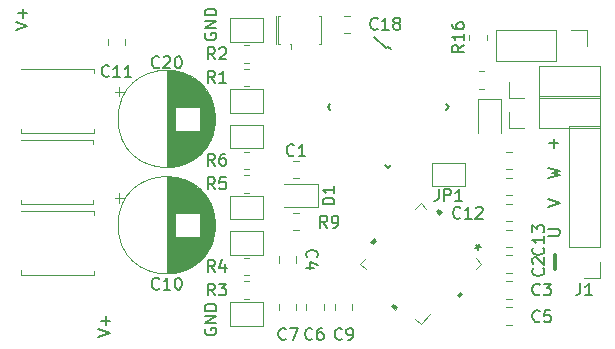
<source format=gbr>
%TF.GenerationSoftware,KiCad,Pcbnew,(5.1.10)-1*%
%TF.CreationDate,2021-11-06T00:48:36+01:00*%
%TF.ProjectId,xESC,78455343-2e6b-4696-9361-645f70636258,rev?*%
%TF.SameCoordinates,Original*%
%TF.FileFunction,Legend,Top*%
%TF.FilePolarity,Positive*%
%FSLAX46Y46*%
G04 Gerber Fmt 4.6, Leading zero omitted, Abs format (unit mm)*
G04 Created by KiCad (PCBNEW (5.1.10)-1) date 2021-11-06 00:48:36*
%MOMM*%
%LPD*%
G01*
G04 APERTURE LIST*
%ADD10C,0.150000*%
%ADD11C,0.300000*%
%ADD12C,0.120000*%
%ADD13C,0.100000*%
G04 APERTURE END LIST*
D10*
X176500000Y-58261904D02*
X176452380Y-58357142D01*
X176452380Y-58500000D01*
X176500000Y-58642857D01*
X176595238Y-58738095D01*
X176690476Y-58785714D01*
X176880952Y-58833333D01*
X177023809Y-58833333D01*
X177214285Y-58785714D01*
X177309523Y-58738095D01*
X177404761Y-58642857D01*
X177452380Y-58500000D01*
X177452380Y-58404761D01*
X177404761Y-58261904D01*
X177357142Y-58214285D01*
X177023809Y-58214285D01*
X177023809Y-58404761D01*
X177452380Y-57785714D02*
X176452380Y-57785714D01*
X177452380Y-57214285D01*
X176452380Y-57214285D01*
X177452380Y-56738095D02*
X176452380Y-56738095D01*
X176452380Y-56500000D01*
X176500000Y-56357142D01*
X176595238Y-56261904D01*
X176690476Y-56214285D01*
X176880952Y-56166666D01*
X177023809Y-56166666D01*
X177214285Y-56214285D01*
X177309523Y-56261904D01*
X177404761Y-56357142D01*
X177452380Y-56500000D01*
X177452380Y-56738095D01*
X176500000Y-33261904D02*
X176452380Y-33357142D01*
X176452380Y-33500000D01*
X176500000Y-33642857D01*
X176595238Y-33738095D01*
X176690476Y-33785714D01*
X176880952Y-33833333D01*
X177023809Y-33833333D01*
X177214285Y-33785714D01*
X177309523Y-33738095D01*
X177404761Y-33642857D01*
X177452380Y-33500000D01*
X177452380Y-33404761D01*
X177404761Y-33261904D01*
X177357142Y-33214285D01*
X177023809Y-33214285D01*
X177023809Y-33404761D01*
X177452380Y-32785714D02*
X176452380Y-32785714D01*
X177452380Y-32214285D01*
X176452380Y-32214285D01*
X177452380Y-31738095D02*
X176452380Y-31738095D01*
X176452380Y-31500000D01*
X176500000Y-31357142D01*
X176595238Y-31261904D01*
X176690476Y-31214285D01*
X176880952Y-31166666D01*
X177023809Y-31166666D01*
X177214285Y-31214285D01*
X177309523Y-31261904D01*
X177404761Y-31357142D01*
X177452380Y-31500000D01*
X177452380Y-31738095D01*
X160452380Y-32952380D02*
X161452380Y-32619047D01*
X160452380Y-32285714D01*
X161071428Y-31952380D02*
X161071428Y-31190476D01*
X161452380Y-31571428D02*
X160690476Y-31571428D01*
X167452380Y-58952380D02*
X168452380Y-58619047D01*
X167452380Y-58285714D01*
X168071428Y-57952380D02*
X168071428Y-57190476D01*
X168452380Y-57571428D02*
X167690476Y-57571428D01*
X205619047Y-42571428D02*
X206380952Y-42571428D01*
X206000000Y-42952380D02*
X206000000Y-42190476D01*
X205552380Y-45528571D02*
X206552380Y-45290476D01*
X205838095Y-45100000D01*
X206552380Y-44909523D01*
X205552380Y-44671428D01*
X205552380Y-47933333D02*
X206552380Y-47600000D01*
X205552380Y-47266666D01*
X205552380Y-50385714D02*
X206361904Y-50385714D01*
X206457142Y-50338095D01*
X206504761Y-50290476D01*
X206552380Y-50195238D01*
X206552380Y-50004761D01*
X206504761Y-49909523D01*
X206457142Y-49861904D01*
X206361904Y-49814285D01*
X205552380Y-49814285D01*
D11*
X206107142Y-53171428D02*
X206107142Y-52028571D01*
D12*
%TO.C,R21*%
X200127064Y-36465000D02*
X199672936Y-36465000D01*
X200127064Y-37935000D02*
X199672936Y-37935000D01*
%TO.C,JP1*%
X198500000Y-46200000D02*
X195700000Y-46200000D01*
X195700000Y-46200000D02*
X195700000Y-44200000D01*
X195700000Y-44200000D02*
X198500000Y-44200000D01*
X198500000Y-44200000D02*
X198500000Y-46200000D01*
%TO.C,D4*%
X199640000Y-38840000D02*
X199640000Y-41700000D01*
X201560000Y-38840000D02*
X199640000Y-38840000D01*
X201560000Y-41700000D02*
X201560000Y-38840000D01*
%TO.C,J4*%
X208830000Y-32970000D02*
X208830000Y-34300000D01*
X207500000Y-32970000D02*
X208830000Y-32970000D01*
X206230000Y-32970000D02*
X206230000Y-35630000D01*
X206230000Y-35630000D02*
X201090000Y-35630000D01*
X206230000Y-32970000D02*
X201090000Y-32970000D01*
X201090000Y-32970000D02*
X201090000Y-35630000D01*
D10*
%TO.C,U1*%
X191840901Y-34532575D02*
X190833274Y-33524948D01*
X197126524Y-39500000D02*
X196896714Y-39270190D01*
X192000000Y-44626524D02*
X191770190Y-44396714D01*
X186873476Y-39500000D02*
X187103286Y-39729810D01*
X192000000Y-34373476D02*
X192229810Y-34603286D01*
X186873476Y-39500000D02*
X187103286Y-39270190D01*
X192000000Y-44626524D02*
X192229810Y-44396714D01*
X197126524Y-39500000D02*
X196896714Y-39729810D01*
X192000000Y-34373476D02*
X191840901Y-34532575D01*
D12*
%TO.C,Q3*%
X167060000Y-53685000D02*
X160940000Y-53685000D01*
X167060000Y-48315000D02*
X160940000Y-48315000D01*
X160940000Y-53335000D02*
X160940000Y-53685000D01*
X167060000Y-53385000D02*
X167060000Y-53685000D01*
X167060000Y-48615000D02*
X167060000Y-48315000D01*
%TO.C,Q5*%
X167010000Y-42615000D02*
X167010000Y-42315000D01*
X167010000Y-47385000D02*
X167010000Y-47685000D01*
X160890000Y-47335000D02*
X160890000Y-47685000D01*
X167010000Y-42315000D02*
X160890000Y-42315000D01*
X167010000Y-47685000D02*
X160890000Y-47685000D01*
%TO.C,J3*%
X202190000Y-38720000D02*
X202190000Y-37390000D01*
X203520000Y-38720000D02*
X202190000Y-38720000D01*
X204790000Y-38720000D02*
X204790000Y-36060000D01*
X204790000Y-36060000D02*
X209930000Y-36060000D01*
X204790000Y-38720000D02*
X209930000Y-38720000D01*
X209930000Y-38720000D02*
X209930000Y-36060000D01*
%TO.C,J2*%
X202190000Y-41260000D02*
X202190000Y-39930000D01*
X203520000Y-41260000D02*
X202190000Y-41260000D01*
X204790000Y-41260000D02*
X204790000Y-38600000D01*
X204790000Y-38600000D02*
X209930000Y-38600000D01*
X204790000Y-41260000D02*
X209930000Y-41260000D01*
X209930000Y-41260000D02*
X209930000Y-38600000D01*
%TO.C,J1*%
X209930000Y-53960000D02*
X208600000Y-53960000D01*
X209930000Y-52630000D02*
X209930000Y-53960000D01*
X209930000Y-51360000D02*
X207270000Y-51360000D01*
X207270000Y-51360000D02*
X207270000Y-41140000D01*
X209930000Y-51360000D02*
X209930000Y-41140000D01*
X209930000Y-41140000D02*
X207270000Y-41140000D01*
%TO.C,R6*%
X179772936Y-44735000D02*
X180227064Y-44735000D01*
X179772936Y-43265000D02*
X180227064Y-43265000D01*
%TO.C,R5*%
X179772936Y-46735000D02*
X180227064Y-46735000D01*
X179772936Y-45265000D02*
X180227064Y-45265000D01*
%TO.C,R4*%
X179772936Y-53735000D02*
X180227064Y-53735000D01*
X179772936Y-52265000D02*
X180227064Y-52265000D01*
%TO.C,R3*%
X179772936Y-55735000D02*
X180227064Y-55735000D01*
X179772936Y-54265000D02*
X180227064Y-54265000D01*
%TO.C,R2*%
X179772936Y-35735000D02*
X180227064Y-35735000D01*
X179772936Y-34265000D02*
X180227064Y-34265000D01*
%TO.C,R1*%
X179772936Y-37735000D02*
X180227064Y-37735000D01*
X179772936Y-36265000D02*
X180227064Y-36265000D01*
%TO.C,JP7*%
X181400000Y-43000000D02*
X178600000Y-43000000D01*
X178600000Y-43000000D02*
X178600000Y-41000000D01*
X178600000Y-41000000D02*
X181400000Y-41000000D01*
X181400000Y-41000000D02*
X181400000Y-43000000D01*
%TO.C,JP6*%
X181400000Y-49000000D02*
X178600000Y-49000000D01*
X178600000Y-49000000D02*
X178600000Y-47000000D01*
X178600000Y-47000000D02*
X181400000Y-47000000D01*
X181400000Y-47000000D02*
X181400000Y-49000000D01*
%TO.C,JP5*%
X181400000Y-52000000D02*
X178600000Y-52000000D01*
X178600000Y-52000000D02*
X178600000Y-50000000D01*
X178600000Y-50000000D02*
X181400000Y-50000000D01*
X181400000Y-50000000D02*
X181400000Y-52000000D01*
%TO.C,JP4*%
X181400000Y-58000000D02*
X178600000Y-58000000D01*
X178600000Y-58000000D02*
X178600000Y-56000000D01*
X178600000Y-56000000D02*
X181400000Y-56000000D01*
X181400000Y-56000000D02*
X181400000Y-58000000D01*
%TO.C,JP3*%
X181400000Y-34000000D02*
X178600000Y-34000000D01*
X178600000Y-34000000D02*
X178600000Y-32000000D01*
X178600000Y-32000000D02*
X181400000Y-32000000D01*
X181400000Y-32000000D02*
X181400000Y-34000000D01*
%TO.C,JP2*%
X181400000Y-40000000D02*
X178600000Y-40000000D01*
X178600000Y-40000000D02*
X178600000Y-38000000D01*
X178600000Y-38000000D02*
X181400000Y-38000000D01*
X181400000Y-38000000D02*
X181400000Y-40000000D01*
%TO.C,C18*%
X188238748Y-33235000D02*
X188761252Y-33235000D01*
X188238748Y-31765000D02*
X188761252Y-31765000D01*
%TO.C,C7*%
X182765000Y-56138748D02*
X182765000Y-56661252D01*
X184235000Y-56138748D02*
X184235000Y-56661252D01*
%TO.C,C10*%
X169240302Y-46785000D02*
X169240302Y-47585000D01*
X168840302Y-47185000D02*
X169640302Y-47185000D01*
X177331000Y-48967000D02*
X177331000Y-50033000D01*
X177291000Y-48732000D02*
X177291000Y-50268000D01*
X177251000Y-48552000D02*
X177251000Y-50448000D01*
X177211000Y-48402000D02*
X177211000Y-50598000D01*
X177171000Y-48271000D02*
X177171000Y-50729000D01*
X177131000Y-48154000D02*
X177131000Y-50846000D01*
X177091000Y-48047000D02*
X177091000Y-50953000D01*
X177051000Y-47948000D02*
X177051000Y-51052000D01*
X177011000Y-47855000D02*
X177011000Y-51145000D01*
X176971000Y-47769000D02*
X176971000Y-51231000D01*
X176931000Y-47687000D02*
X176931000Y-51313000D01*
X176891000Y-47610000D02*
X176891000Y-51390000D01*
X176851000Y-47536000D02*
X176851000Y-51464000D01*
X176811000Y-47466000D02*
X176811000Y-51534000D01*
X176771000Y-47398000D02*
X176771000Y-51602000D01*
X176731000Y-47334000D02*
X176731000Y-51666000D01*
X176691000Y-47272000D02*
X176691000Y-51728000D01*
X176651000Y-47213000D02*
X176651000Y-51787000D01*
X176611000Y-47155000D02*
X176611000Y-51845000D01*
X176571000Y-47100000D02*
X176571000Y-51900000D01*
X176531000Y-47046000D02*
X176531000Y-51954000D01*
X176491000Y-46995000D02*
X176491000Y-52005000D01*
X176451000Y-46944000D02*
X176451000Y-52056000D01*
X176411000Y-46896000D02*
X176411000Y-52104000D01*
X176371000Y-46849000D02*
X176371000Y-52151000D01*
X176331000Y-46803000D02*
X176331000Y-52197000D01*
X176291000Y-46759000D02*
X176291000Y-52241000D01*
X176251000Y-46716000D02*
X176251000Y-52284000D01*
X176211000Y-46674000D02*
X176211000Y-52326000D01*
X176171000Y-46633000D02*
X176171000Y-52367000D01*
X176131000Y-46593000D02*
X176131000Y-52407000D01*
X176091000Y-46555000D02*
X176091000Y-52445000D01*
X176051000Y-46517000D02*
X176051000Y-52483000D01*
X176011000Y-50540000D02*
X176011000Y-52519000D01*
X176011000Y-46481000D02*
X176011000Y-48460000D01*
X175971000Y-50540000D02*
X175971000Y-52555000D01*
X175971000Y-46445000D02*
X175971000Y-48460000D01*
X175931000Y-50540000D02*
X175931000Y-52590000D01*
X175931000Y-46410000D02*
X175931000Y-48460000D01*
X175891000Y-50540000D02*
X175891000Y-52624000D01*
X175891000Y-46376000D02*
X175891000Y-48460000D01*
X175851000Y-50540000D02*
X175851000Y-52656000D01*
X175851000Y-46344000D02*
X175851000Y-48460000D01*
X175811000Y-50540000D02*
X175811000Y-52689000D01*
X175811000Y-46311000D02*
X175811000Y-48460000D01*
X175771000Y-50540000D02*
X175771000Y-52720000D01*
X175771000Y-46280000D02*
X175771000Y-48460000D01*
X175731000Y-50540000D02*
X175731000Y-52750000D01*
X175731000Y-46250000D02*
X175731000Y-48460000D01*
X175691000Y-50540000D02*
X175691000Y-52780000D01*
X175691000Y-46220000D02*
X175691000Y-48460000D01*
X175651000Y-50540000D02*
X175651000Y-52809000D01*
X175651000Y-46191000D02*
X175651000Y-48460000D01*
X175611000Y-50540000D02*
X175611000Y-52838000D01*
X175611000Y-46162000D02*
X175611000Y-48460000D01*
X175571000Y-50540000D02*
X175571000Y-52865000D01*
X175571000Y-46135000D02*
X175571000Y-48460000D01*
X175531000Y-50540000D02*
X175531000Y-52892000D01*
X175531000Y-46108000D02*
X175531000Y-48460000D01*
X175491000Y-50540000D02*
X175491000Y-52918000D01*
X175491000Y-46082000D02*
X175491000Y-48460000D01*
X175451000Y-50540000D02*
X175451000Y-52944000D01*
X175451000Y-46056000D02*
X175451000Y-48460000D01*
X175411000Y-50540000D02*
X175411000Y-52969000D01*
X175411000Y-46031000D02*
X175411000Y-48460000D01*
X175371000Y-50540000D02*
X175371000Y-52993000D01*
X175371000Y-46007000D02*
X175371000Y-48460000D01*
X175331000Y-50540000D02*
X175331000Y-53017000D01*
X175331000Y-45983000D02*
X175331000Y-48460000D01*
X175291000Y-50540000D02*
X175291000Y-53040000D01*
X175291000Y-45960000D02*
X175291000Y-48460000D01*
X175251000Y-50540000D02*
X175251000Y-53062000D01*
X175251000Y-45938000D02*
X175251000Y-48460000D01*
X175211000Y-50540000D02*
X175211000Y-53084000D01*
X175211000Y-45916000D02*
X175211000Y-48460000D01*
X175171000Y-50540000D02*
X175171000Y-53106000D01*
X175171000Y-45894000D02*
X175171000Y-48460000D01*
X175131000Y-50540000D02*
X175131000Y-53127000D01*
X175131000Y-45873000D02*
X175131000Y-48460000D01*
X175091000Y-50540000D02*
X175091000Y-53147000D01*
X175091000Y-45853000D02*
X175091000Y-48460000D01*
X175051000Y-50540000D02*
X175051000Y-53166000D01*
X175051000Y-45834000D02*
X175051000Y-48460000D01*
X175011000Y-50540000D02*
X175011000Y-53186000D01*
X175011000Y-45814000D02*
X175011000Y-48460000D01*
X174971000Y-50540000D02*
X174971000Y-53204000D01*
X174971000Y-45796000D02*
X174971000Y-48460000D01*
X174931000Y-50540000D02*
X174931000Y-53222000D01*
X174931000Y-45778000D02*
X174931000Y-48460000D01*
X174891000Y-50540000D02*
X174891000Y-53240000D01*
X174891000Y-45760000D02*
X174891000Y-48460000D01*
X174851000Y-50540000D02*
X174851000Y-53257000D01*
X174851000Y-45743000D02*
X174851000Y-48460000D01*
X174811000Y-50540000D02*
X174811000Y-53274000D01*
X174811000Y-45726000D02*
X174811000Y-48460000D01*
X174771000Y-50540000D02*
X174771000Y-53290000D01*
X174771000Y-45710000D02*
X174771000Y-48460000D01*
X174731000Y-50540000D02*
X174731000Y-53305000D01*
X174731000Y-45695000D02*
X174731000Y-48460000D01*
X174691000Y-50540000D02*
X174691000Y-53321000D01*
X174691000Y-45679000D02*
X174691000Y-48460000D01*
X174651000Y-50540000D02*
X174651000Y-53335000D01*
X174651000Y-45665000D02*
X174651000Y-48460000D01*
X174611000Y-50540000D02*
X174611000Y-53350000D01*
X174611000Y-45650000D02*
X174611000Y-48460000D01*
X174571000Y-50540000D02*
X174571000Y-53363000D01*
X174571000Y-45637000D02*
X174571000Y-48460000D01*
X174531000Y-50540000D02*
X174531000Y-53377000D01*
X174531000Y-45623000D02*
X174531000Y-48460000D01*
X174491000Y-50540000D02*
X174491000Y-53389000D01*
X174491000Y-45611000D02*
X174491000Y-48460000D01*
X174451000Y-50540000D02*
X174451000Y-53402000D01*
X174451000Y-45598000D02*
X174451000Y-48460000D01*
X174411000Y-50540000D02*
X174411000Y-53414000D01*
X174411000Y-45586000D02*
X174411000Y-48460000D01*
X174371000Y-50540000D02*
X174371000Y-53425000D01*
X174371000Y-45575000D02*
X174371000Y-48460000D01*
X174331000Y-50540000D02*
X174331000Y-53436000D01*
X174331000Y-45564000D02*
X174331000Y-48460000D01*
X174291000Y-50540000D02*
X174291000Y-53447000D01*
X174291000Y-45553000D02*
X174291000Y-48460000D01*
X174251000Y-50540000D02*
X174251000Y-53457000D01*
X174251000Y-45543000D02*
X174251000Y-48460000D01*
X174211000Y-50540000D02*
X174211000Y-53467000D01*
X174211000Y-45533000D02*
X174211000Y-48460000D01*
X174171000Y-50540000D02*
X174171000Y-53476000D01*
X174171000Y-45524000D02*
X174171000Y-48460000D01*
X174131000Y-50540000D02*
X174131000Y-53485000D01*
X174131000Y-45515000D02*
X174131000Y-48460000D01*
X174091000Y-50540000D02*
X174091000Y-53494000D01*
X174091000Y-45506000D02*
X174091000Y-48460000D01*
X174051000Y-50540000D02*
X174051000Y-53502000D01*
X174051000Y-45498000D02*
X174051000Y-48460000D01*
X174011000Y-50540000D02*
X174011000Y-53510000D01*
X174011000Y-45490000D02*
X174011000Y-48460000D01*
X173971000Y-50540000D02*
X173971000Y-53517000D01*
X173971000Y-45483000D02*
X173971000Y-48460000D01*
X173930000Y-45476000D02*
X173930000Y-53524000D01*
X173890000Y-45470000D02*
X173890000Y-53530000D01*
X173850000Y-45463000D02*
X173850000Y-53537000D01*
X173810000Y-45458000D02*
X173810000Y-53542000D01*
X173770000Y-45452000D02*
X173770000Y-53548000D01*
X173730000Y-45448000D02*
X173730000Y-53552000D01*
X173690000Y-45443000D02*
X173690000Y-53557000D01*
X173650000Y-45439000D02*
X173650000Y-53561000D01*
X173610000Y-45435000D02*
X173610000Y-53565000D01*
X173570000Y-45432000D02*
X173570000Y-53568000D01*
X173530000Y-45429000D02*
X173530000Y-53571000D01*
X173490000Y-45426000D02*
X173490000Y-53574000D01*
X173450000Y-45424000D02*
X173450000Y-53576000D01*
X173410000Y-45423000D02*
X173410000Y-53577000D01*
X173370000Y-45421000D02*
X173370000Y-53579000D01*
X173330000Y-45420000D02*
X173330000Y-53580000D01*
X173290000Y-45420000D02*
X173290000Y-53580000D01*
X173250000Y-45420000D02*
X173250000Y-53580000D01*
X177370000Y-49500000D02*
G75*
G03*
X177370000Y-49500000I-4120000J0D01*
G01*
%TO.C,R9*%
X184427064Y-49935000D02*
X183972936Y-49935000D01*
X184427064Y-48465000D02*
X183972936Y-48465000D01*
%TO.C,C14*%
X201938748Y-44735000D02*
X202461252Y-44735000D01*
X201938748Y-43265000D02*
X202461252Y-43265000D01*
%TO.C,C2*%
X202461252Y-52065000D02*
X201938748Y-52065000D01*
X202461252Y-53535000D02*
X201938748Y-53535000D01*
%TO.C,R16*%
X200335000Y-33827064D02*
X200335000Y-33372936D01*
X198865000Y-33827064D02*
X198865000Y-33372936D01*
%TO.C,C1*%
X184461252Y-44065000D02*
X183938748Y-44065000D01*
X184461252Y-45535000D02*
X183938748Y-45535000D01*
%TO.C,C3*%
X202461252Y-54265000D02*
X201938748Y-54265000D01*
X202461252Y-55735000D02*
X201938748Y-55735000D01*
%TO.C,C6*%
X186535000Y-56661252D02*
X186535000Y-56138748D01*
X185065000Y-56661252D02*
X185065000Y-56138748D01*
%TO.C,C5*%
X202461252Y-56465000D02*
X201938748Y-56465000D01*
X202461252Y-57935000D02*
X201938748Y-57935000D01*
%TO.C,Y1*%
X186300000Y-31800000D02*
X186300000Y-33800000D01*
X182700000Y-33800000D02*
X182700000Y-31800000D01*
X183750000Y-34200000D02*
X183750000Y-34600000D01*
X182500000Y-31800000D02*
X182500000Y-33800000D01*
X186300000Y-33800000D02*
X186300000Y-34200000D01*
X182700000Y-33800000D02*
X182700000Y-34200000D01*
X182500000Y-33800000D02*
X182500000Y-34200000D01*
X182700000Y-31800000D02*
X182850000Y-31800000D01*
X182700000Y-34200000D02*
X182850000Y-34200000D01*
X183750000Y-34200000D02*
X183700000Y-34200000D01*
X186300000Y-34200000D02*
X186150000Y-34200000D01*
X186300000Y-31800000D02*
X186150000Y-31800000D01*
%TO.C,C20*%
X169240302Y-37785000D02*
X169240302Y-38585000D01*
X168840302Y-38185000D02*
X169640302Y-38185000D01*
X177331000Y-39967000D02*
X177331000Y-41033000D01*
X177291000Y-39732000D02*
X177291000Y-41268000D01*
X177251000Y-39552000D02*
X177251000Y-41448000D01*
X177211000Y-39402000D02*
X177211000Y-41598000D01*
X177171000Y-39271000D02*
X177171000Y-41729000D01*
X177131000Y-39154000D02*
X177131000Y-41846000D01*
X177091000Y-39047000D02*
X177091000Y-41953000D01*
X177051000Y-38948000D02*
X177051000Y-42052000D01*
X177011000Y-38855000D02*
X177011000Y-42145000D01*
X176971000Y-38769000D02*
X176971000Y-42231000D01*
X176931000Y-38687000D02*
X176931000Y-42313000D01*
X176891000Y-38610000D02*
X176891000Y-42390000D01*
X176851000Y-38536000D02*
X176851000Y-42464000D01*
X176811000Y-38466000D02*
X176811000Y-42534000D01*
X176771000Y-38398000D02*
X176771000Y-42602000D01*
X176731000Y-38334000D02*
X176731000Y-42666000D01*
X176691000Y-38272000D02*
X176691000Y-42728000D01*
X176651000Y-38213000D02*
X176651000Y-42787000D01*
X176611000Y-38155000D02*
X176611000Y-42845000D01*
X176571000Y-38100000D02*
X176571000Y-42900000D01*
X176531000Y-38046000D02*
X176531000Y-42954000D01*
X176491000Y-37995000D02*
X176491000Y-43005000D01*
X176451000Y-37944000D02*
X176451000Y-43056000D01*
X176411000Y-37896000D02*
X176411000Y-43104000D01*
X176371000Y-37849000D02*
X176371000Y-43151000D01*
X176331000Y-37803000D02*
X176331000Y-43197000D01*
X176291000Y-37759000D02*
X176291000Y-43241000D01*
X176251000Y-37716000D02*
X176251000Y-43284000D01*
X176211000Y-37674000D02*
X176211000Y-43326000D01*
X176171000Y-37633000D02*
X176171000Y-43367000D01*
X176131000Y-37593000D02*
X176131000Y-43407000D01*
X176091000Y-37555000D02*
X176091000Y-43445000D01*
X176051000Y-37517000D02*
X176051000Y-43483000D01*
X176011000Y-41540000D02*
X176011000Y-43519000D01*
X176011000Y-37481000D02*
X176011000Y-39460000D01*
X175971000Y-41540000D02*
X175971000Y-43555000D01*
X175971000Y-37445000D02*
X175971000Y-39460000D01*
X175931000Y-41540000D02*
X175931000Y-43590000D01*
X175931000Y-37410000D02*
X175931000Y-39460000D01*
X175891000Y-41540000D02*
X175891000Y-43624000D01*
X175891000Y-37376000D02*
X175891000Y-39460000D01*
X175851000Y-41540000D02*
X175851000Y-43656000D01*
X175851000Y-37344000D02*
X175851000Y-39460000D01*
X175811000Y-41540000D02*
X175811000Y-43689000D01*
X175811000Y-37311000D02*
X175811000Y-39460000D01*
X175771000Y-41540000D02*
X175771000Y-43720000D01*
X175771000Y-37280000D02*
X175771000Y-39460000D01*
X175731000Y-41540000D02*
X175731000Y-43750000D01*
X175731000Y-37250000D02*
X175731000Y-39460000D01*
X175691000Y-41540000D02*
X175691000Y-43780000D01*
X175691000Y-37220000D02*
X175691000Y-39460000D01*
X175651000Y-41540000D02*
X175651000Y-43809000D01*
X175651000Y-37191000D02*
X175651000Y-39460000D01*
X175611000Y-41540000D02*
X175611000Y-43838000D01*
X175611000Y-37162000D02*
X175611000Y-39460000D01*
X175571000Y-41540000D02*
X175571000Y-43865000D01*
X175571000Y-37135000D02*
X175571000Y-39460000D01*
X175531000Y-41540000D02*
X175531000Y-43892000D01*
X175531000Y-37108000D02*
X175531000Y-39460000D01*
X175491000Y-41540000D02*
X175491000Y-43918000D01*
X175491000Y-37082000D02*
X175491000Y-39460000D01*
X175451000Y-41540000D02*
X175451000Y-43944000D01*
X175451000Y-37056000D02*
X175451000Y-39460000D01*
X175411000Y-41540000D02*
X175411000Y-43969000D01*
X175411000Y-37031000D02*
X175411000Y-39460000D01*
X175371000Y-41540000D02*
X175371000Y-43993000D01*
X175371000Y-37007000D02*
X175371000Y-39460000D01*
X175331000Y-41540000D02*
X175331000Y-44017000D01*
X175331000Y-36983000D02*
X175331000Y-39460000D01*
X175291000Y-41540000D02*
X175291000Y-44040000D01*
X175291000Y-36960000D02*
X175291000Y-39460000D01*
X175251000Y-41540000D02*
X175251000Y-44062000D01*
X175251000Y-36938000D02*
X175251000Y-39460000D01*
X175211000Y-41540000D02*
X175211000Y-44084000D01*
X175211000Y-36916000D02*
X175211000Y-39460000D01*
X175171000Y-41540000D02*
X175171000Y-44106000D01*
X175171000Y-36894000D02*
X175171000Y-39460000D01*
X175131000Y-41540000D02*
X175131000Y-44127000D01*
X175131000Y-36873000D02*
X175131000Y-39460000D01*
X175091000Y-41540000D02*
X175091000Y-44147000D01*
X175091000Y-36853000D02*
X175091000Y-39460000D01*
X175051000Y-41540000D02*
X175051000Y-44166000D01*
X175051000Y-36834000D02*
X175051000Y-39460000D01*
X175011000Y-41540000D02*
X175011000Y-44186000D01*
X175011000Y-36814000D02*
X175011000Y-39460000D01*
X174971000Y-41540000D02*
X174971000Y-44204000D01*
X174971000Y-36796000D02*
X174971000Y-39460000D01*
X174931000Y-41540000D02*
X174931000Y-44222000D01*
X174931000Y-36778000D02*
X174931000Y-39460000D01*
X174891000Y-41540000D02*
X174891000Y-44240000D01*
X174891000Y-36760000D02*
X174891000Y-39460000D01*
X174851000Y-41540000D02*
X174851000Y-44257000D01*
X174851000Y-36743000D02*
X174851000Y-39460000D01*
X174811000Y-41540000D02*
X174811000Y-44274000D01*
X174811000Y-36726000D02*
X174811000Y-39460000D01*
X174771000Y-41540000D02*
X174771000Y-44290000D01*
X174771000Y-36710000D02*
X174771000Y-39460000D01*
X174731000Y-41540000D02*
X174731000Y-44305000D01*
X174731000Y-36695000D02*
X174731000Y-39460000D01*
X174691000Y-41540000D02*
X174691000Y-44321000D01*
X174691000Y-36679000D02*
X174691000Y-39460000D01*
X174651000Y-41540000D02*
X174651000Y-44335000D01*
X174651000Y-36665000D02*
X174651000Y-39460000D01*
X174611000Y-41540000D02*
X174611000Y-44350000D01*
X174611000Y-36650000D02*
X174611000Y-39460000D01*
X174571000Y-41540000D02*
X174571000Y-44363000D01*
X174571000Y-36637000D02*
X174571000Y-39460000D01*
X174531000Y-41540000D02*
X174531000Y-44377000D01*
X174531000Y-36623000D02*
X174531000Y-39460000D01*
X174491000Y-41540000D02*
X174491000Y-44389000D01*
X174491000Y-36611000D02*
X174491000Y-39460000D01*
X174451000Y-41540000D02*
X174451000Y-44402000D01*
X174451000Y-36598000D02*
X174451000Y-39460000D01*
X174411000Y-41540000D02*
X174411000Y-44414000D01*
X174411000Y-36586000D02*
X174411000Y-39460000D01*
X174371000Y-41540000D02*
X174371000Y-44425000D01*
X174371000Y-36575000D02*
X174371000Y-39460000D01*
X174331000Y-41540000D02*
X174331000Y-44436000D01*
X174331000Y-36564000D02*
X174331000Y-39460000D01*
X174291000Y-41540000D02*
X174291000Y-44447000D01*
X174291000Y-36553000D02*
X174291000Y-39460000D01*
X174251000Y-41540000D02*
X174251000Y-44457000D01*
X174251000Y-36543000D02*
X174251000Y-39460000D01*
X174211000Y-41540000D02*
X174211000Y-44467000D01*
X174211000Y-36533000D02*
X174211000Y-39460000D01*
X174171000Y-41540000D02*
X174171000Y-44476000D01*
X174171000Y-36524000D02*
X174171000Y-39460000D01*
X174131000Y-41540000D02*
X174131000Y-44485000D01*
X174131000Y-36515000D02*
X174131000Y-39460000D01*
X174091000Y-41540000D02*
X174091000Y-44494000D01*
X174091000Y-36506000D02*
X174091000Y-39460000D01*
X174051000Y-41540000D02*
X174051000Y-44502000D01*
X174051000Y-36498000D02*
X174051000Y-39460000D01*
X174011000Y-41540000D02*
X174011000Y-44510000D01*
X174011000Y-36490000D02*
X174011000Y-39460000D01*
X173971000Y-41540000D02*
X173971000Y-44517000D01*
X173971000Y-36483000D02*
X173971000Y-39460000D01*
X173930000Y-36476000D02*
X173930000Y-44524000D01*
X173890000Y-36470000D02*
X173890000Y-44530000D01*
X173850000Y-36463000D02*
X173850000Y-44537000D01*
X173810000Y-36458000D02*
X173810000Y-44542000D01*
X173770000Y-36452000D02*
X173770000Y-44548000D01*
X173730000Y-36448000D02*
X173730000Y-44552000D01*
X173690000Y-36443000D02*
X173690000Y-44557000D01*
X173650000Y-36439000D02*
X173650000Y-44561000D01*
X173610000Y-36435000D02*
X173610000Y-44565000D01*
X173570000Y-36432000D02*
X173570000Y-44568000D01*
X173530000Y-36429000D02*
X173530000Y-44571000D01*
X173490000Y-36426000D02*
X173490000Y-44574000D01*
X173450000Y-36424000D02*
X173450000Y-44576000D01*
X173410000Y-36423000D02*
X173410000Y-44577000D01*
X173370000Y-36421000D02*
X173370000Y-44579000D01*
X173330000Y-36420000D02*
X173330000Y-44580000D01*
X173290000Y-36420000D02*
X173290000Y-44580000D01*
X173250000Y-36420000D02*
X173250000Y-44580000D01*
X177370000Y-40500000D02*
G75*
G03*
X177370000Y-40500000I-4120000J0D01*
G01*
%TO.C,C19*%
X202461252Y-45465000D02*
X201938748Y-45465000D01*
X202461252Y-46935000D02*
X201938748Y-46935000D01*
%TO.C,C11*%
X169735000Y-34261252D02*
X169735000Y-33738748D01*
X168265000Y-34261252D02*
X168265000Y-33738748D01*
%TO.C,C13*%
X202461252Y-49865000D02*
X201938748Y-49865000D01*
X202461252Y-51335000D02*
X201938748Y-51335000D01*
%TO.C,C12*%
X201938748Y-49135000D02*
X202461252Y-49135000D01*
X201938748Y-47665000D02*
X202461252Y-47665000D01*
%TO.C,C9*%
X188935000Y-56661252D02*
X188935000Y-56138748D01*
X187465000Y-56661252D02*
X187465000Y-56138748D01*
%TO.C,C4*%
X184235000Y-52661252D02*
X184235000Y-52138748D01*
X182765000Y-52661252D02*
X182765000Y-52138748D01*
%TO.C,Q1*%
X167060000Y-36615000D02*
X167060000Y-36315000D01*
X167060000Y-41385000D02*
X167060000Y-41685000D01*
X160940000Y-41335000D02*
X160940000Y-41685000D01*
X167060000Y-36315000D02*
X160940000Y-36315000D01*
X167060000Y-41685000D02*
X160940000Y-41685000D01*
%TO.C,D1*%
X183200000Y-47960000D02*
X186060000Y-47960000D01*
X186060000Y-47960000D02*
X186060000Y-46040000D01*
X186060000Y-46040000D02*
X183200000Y-46040000D01*
D13*
%TO.C,U2*%
G36*
X198108544Y-55132031D02*
G01*
X198288149Y-55311636D01*
X198018741Y-55581043D01*
X197839136Y-55401438D01*
X198108544Y-55132031D01*
G37*
X198108544Y-55132031D02*
X198288149Y-55311636D01*
X198018741Y-55581043D01*
X197839136Y-55401438D01*
X198108544Y-55132031D01*
G36*
X192541919Y-56641704D02*
G01*
X192272511Y-56372296D01*
X192452117Y-56192691D01*
X192721524Y-56462098D01*
X192541919Y-56641704D01*
G37*
X192541919Y-56641704D02*
X192272511Y-56372296D01*
X192452117Y-56192691D01*
X192721524Y-56462098D01*
X192541919Y-56641704D01*
G36*
X190953757Y-50805669D02*
G01*
X190774151Y-50626064D01*
X190504744Y-50895472D01*
X190684349Y-51075077D01*
X190953757Y-50805669D01*
G37*
X190953757Y-50805669D02*
X190774151Y-50626064D01*
X190504744Y-50895472D01*
X190684349Y-51075077D01*
X190953757Y-50805669D01*
G36*
X196520382Y-48420597D02*
G01*
X196250974Y-48151190D01*
X196071369Y-48330795D01*
X196340777Y-48600202D01*
X196520382Y-48420597D01*
G37*
X196520382Y-48420597D02*
X196250974Y-48151190D01*
X196071369Y-48330795D01*
X196340777Y-48600202D01*
X196520382Y-48420597D01*
D12*
X199411205Y-53225501D02*
X199886707Y-52750000D01*
X194274499Y-57411205D02*
X194750000Y-57886707D01*
X190088795Y-52274499D02*
X189613293Y-52750000D01*
X195225501Y-48088795D02*
X194750000Y-47613293D01*
X199886707Y-52750000D02*
X199411205Y-52274499D01*
X194750000Y-57886707D02*
X195579054Y-57057653D01*
X189613293Y-52750000D02*
X190088795Y-53225501D01*
X194750000Y-47613293D02*
X194274499Y-48088795D01*
%TO.C,JP1*%
D10*
X196266666Y-46452380D02*
X196266666Y-47166666D01*
X196219047Y-47309523D01*
X196123809Y-47404761D01*
X195980952Y-47452380D01*
X195885714Y-47452380D01*
X196742857Y-47452380D02*
X196742857Y-46452380D01*
X197123809Y-46452380D01*
X197219047Y-46500000D01*
X197266666Y-46547619D01*
X197314285Y-46642857D01*
X197314285Y-46785714D01*
X197266666Y-46880952D01*
X197219047Y-46928571D01*
X197123809Y-46976190D01*
X196742857Y-46976190D01*
X198266666Y-47452380D02*
X197695238Y-47452380D01*
X197980952Y-47452380D02*
X197980952Y-46452380D01*
X197885714Y-46595238D01*
X197790476Y-46690476D01*
X197695238Y-46738095D01*
%TO.C,J1*%
X208266666Y-54412380D02*
X208266666Y-55126666D01*
X208219047Y-55269523D01*
X208123809Y-55364761D01*
X207980952Y-55412380D01*
X207885714Y-55412380D01*
X209266666Y-55412380D02*
X208695238Y-55412380D01*
X208980952Y-55412380D02*
X208980952Y-54412380D01*
X208885714Y-54555238D01*
X208790476Y-54650476D01*
X208695238Y-54698095D01*
%TO.C,R6*%
X177333333Y-44452380D02*
X177000000Y-43976190D01*
X176761904Y-44452380D02*
X176761904Y-43452380D01*
X177142857Y-43452380D01*
X177238095Y-43500000D01*
X177285714Y-43547619D01*
X177333333Y-43642857D01*
X177333333Y-43785714D01*
X177285714Y-43880952D01*
X177238095Y-43928571D01*
X177142857Y-43976190D01*
X176761904Y-43976190D01*
X178190476Y-43452380D02*
X178000000Y-43452380D01*
X177904761Y-43500000D01*
X177857142Y-43547619D01*
X177761904Y-43690476D01*
X177714285Y-43880952D01*
X177714285Y-44261904D01*
X177761904Y-44357142D01*
X177809523Y-44404761D01*
X177904761Y-44452380D01*
X178095238Y-44452380D01*
X178190476Y-44404761D01*
X178238095Y-44357142D01*
X178285714Y-44261904D01*
X178285714Y-44023809D01*
X178238095Y-43928571D01*
X178190476Y-43880952D01*
X178095238Y-43833333D01*
X177904761Y-43833333D01*
X177809523Y-43880952D01*
X177761904Y-43928571D01*
X177714285Y-44023809D01*
%TO.C,R5*%
X177333333Y-46452380D02*
X177000000Y-45976190D01*
X176761904Y-46452380D02*
X176761904Y-45452380D01*
X177142857Y-45452380D01*
X177238095Y-45500000D01*
X177285714Y-45547619D01*
X177333333Y-45642857D01*
X177333333Y-45785714D01*
X177285714Y-45880952D01*
X177238095Y-45928571D01*
X177142857Y-45976190D01*
X176761904Y-45976190D01*
X178238095Y-45452380D02*
X177761904Y-45452380D01*
X177714285Y-45928571D01*
X177761904Y-45880952D01*
X177857142Y-45833333D01*
X178095238Y-45833333D01*
X178190476Y-45880952D01*
X178238095Y-45928571D01*
X178285714Y-46023809D01*
X178285714Y-46261904D01*
X178238095Y-46357142D01*
X178190476Y-46404761D01*
X178095238Y-46452380D01*
X177857142Y-46452380D01*
X177761904Y-46404761D01*
X177714285Y-46357142D01*
%TO.C,R4*%
X177333333Y-53452380D02*
X177000000Y-52976190D01*
X176761904Y-53452380D02*
X176761904Y-52452380D01*
X177142857Y-52452380D01*
X177238095Y-52500000D01*
X177285714Y-52547619D01*
X177333333Y-52642857D01*
X177333333Y-52785714D01*
X177285714Y-52880952D01*
X177238095Y-52928571D01*
X177142857Y-52976190D01*
X176761904Y-52976190D01*
X178190476Y-52785714D02*
X178190476Y-53452380D01*
X177952380Y-52404761D02*
X177714285Y-53119047D01*
X178333333Y-53119047D01*
%TO.C,R3*%
X177333333Y-55452380D02*
X177000000Y-54976190D01*
X176761904Y-55452380D02*
X176761904Y-54452380D01*
X177142857Y-54452380D01*
X177238095Y-54500000D01*
X177285714Y-54547619D01*
X177333333Y-54642857D01*
X177333333Y-54785714D01*
X177285714Y-54880952D01*
X177238095Y-54928571D01*
X177142857Y-54976190D01*
X176761904Y-54976190D01*
X177666666Y-54452380D02*
X178285714Y-54452380D01*
X177952380Y-54833333D01*
X178095238Y-54833333D01*
X178190476Y-54880952D01*
X178238095Y-54928571D01*
X178285714Y-55023809D01*
X178285714Y-55261904D01*
X178238095Y-55357142D01*
X178190476Y-55404761D01*
X178095238Y-55452380D01*
X177809523Y-55452380D01*
X177714285Y-55404761D01*
X177666666Y-55357142D01*
%TO.C,R2*%
X177333333Y-35452380D02*
X177000000Y-34976190D01*
X176761904Y-35452380D02*
X176761904Y-34452380D01*
X177142857Y-34452380D01*
X177238095Y-34500000D01*
X177285714Y-34547619D01*
X177333333Y-34642857D01*
X177333333Y-34785714D01*
X177285714Y-34880952D01*
X177238095Y-34928571D01*
X177142857Y-34976190D01*
X176761904Y-34976190D01*
X177714285Y-34547619D02*
X177761904Y-34500000D01*
X177857142Y-34452380D01*
X178095238Y-34452380D01*
X178190476Y-34500000D01*
X178238095Y-34547619D01*
X178285714Y-34642857D01*
X178285714Y-34738095D01*
X178238095Y-34880952D01*
X177666666Y-35452380D01*
X178285714Y-35452380D01*
%TO.C,R1*%
X177333333Y-37452380D02*
X177000000Y-36976190D01*
X176761904Y-37452380D02*
X176761904Y-36452380D01*
X177142857Y-36452380D01*
X177238095Y-36500000D01*
X177285714Y-36547619D01*
X177333333Y-36642857D01*
X177333333Y-36785714D01*
X177285714Y-36880952D01*
X177238095Y-36928571D01*
X177142857Y-36976190D01*
X176761904Y-36976190D01*
X178285714Y-37452380D02*
X177714285Y-37452380D01*
X178000000Y-37452380D02*
X178000000Y-36452380D01*
X177904761Y-36595238D01*
X177809523Y-36690476D01*
X177714285Y-36738095D01*
%TO.C,C18*%
X191107142Y-32857142D02*
X191059523Y-32904761D01*
X190916666Y-32952380D01*
X190821428Y-32952380D01*
X190678571Y-32904761D01*
X190583333Y-32809523D01*
X190535714Y-32714285D01*
X190488095Y-32523809D01*
X190488095Y-32380952D01*
X190535714Y-32190476D01*
X190583333Y-32095238D01*
X190678571Y-32000000D01*
X190821428Y-31952380D01*
X190916666Y-31952380D01*
X191059523Y-32000000D01*
X191107142Y-32047619D01*
X192059523Y-32952380D02*
X191488095Y-32952380D01*
X191773809Y-32952380D02*
X191773809Y-31952380D01*
X191678571Y-32095238D01*
X191583333Y-32190476D01*
X191488095Y-32238095D01*
X192630952Y-32380952D02*
X192535714Y-32333333D01*
X192488095Y-32285714D01*
X192440476Y-32190476D01*
X192440476Y-32142857D01*
X192488095Y-32047619D01*
X192535714Y-32000000D01*
X192630952Y-31952380D01*
X192821428Y-31952380D01*
X192916666Y-32000000D01*
X192964285Y-32047619D01*
X193011904Y-32142857D01*
X193011904Y-32190476D01*
X192964285Y-32285714D01*
X192916666Y-32333333D01*
X192821428Y-32380952D01*
X192630952Y-32380952D01*
X192535714Y-32428571D01*
X192488095Y-32476190D01*
X192440476Y-32571428D01*
X192440476Y-32761904D01*
X192488095Y-32857142D01*
X192535714Y-32904761D01*
X192630952Y-32952380D01*
X192821428Y-32952380D01*
X192916666Y-32904761D01*
X192964285Y-32857142D01*
X193011904Y-32761904D01*
X193011904Y-32571428D01*
X192964285Y-32476190D01*
X192916666Y-32428571D01*
X192821428Y-32380952D01*
%TO.C,C7*%
X183333333Y-59107142D02*
X183285714Y-59154761D01*
X183142857Y-59202380D01*
X183047619Y-59202380D01*
X182904761Y-59154761D01*
X182809523Y-59059523D01*
X182761904Y-58964285D01*
X182714285Y-58773809D01*
X182714285Y-58630952D01*
X182761904Y-58440476D01*
X182809523Y-58345238D01*
X182904761Y-58250000D01*
X183047619Y-58202380D01*
X183142857Y-58202380D01*
X183285714Y-58250000D01*
X183333333Y-58297619D01*
X183666666Y-58202380D02*
X184333333Y-58202380D01*
X183904761Y-59202380D01*
%TO.C,C10*%
X172607142Y-54857142D02*
X172559523Y-54904761D01*
X172416666Y-54952380D01*
X172321428Y-54952380D01*
X172178571Y-54904761D01*
X172083333Y-54809523D01*
X172035714Y-54714285D01*
X171988095Y-54523809D01*
X171988095Y-54380952D01*
X172035714Y-54190476D01*
X172083333Y-54095238D01*
X172178571Y-54000000D01*
X172321428Y-53952380D01*
X172416666Y-53952380D01*
X172559523Y-54000000D01*
X172607142Y-54047619D01*
X173559523Y-54952380D02*
X172988095Y-54952380D01*
X173273809Y-54952380D02*
X173273809Y-53952380D01*
X173178571Y-54095238D01*
X173083333Y-54190476D01*
X172988095Y-54238095D01*
X174178571Y-53952380D02*
X174273809Y-53952380D01*
X174369047Y-54000000D01*
X174416666Y-54047619D01*
X174464285Y-54142857D01*
X174511904Y-54333333D01*
X174511904Y-54571428D01*
X174464285Y-54761904D01*
X174416666Y-54857142D01*
X174369047Y-54904761D01*
X174273809Y-54952380D01*
X174178571Y-54952380D01*
X174083333Y-54904761D01*
X174035714Y-54857142D01*
X173988095Y-54761904D01*
X173940476Y-54571428D01*
X173940476Y-54333333D01*
X173988095Y-54142857D01*
X174035714Y-54047619D01*
X174083333Y-54000000D01*
X174178571Y-53952380D01*
%TO.C,R9*%
X186833333Y-49702380D02*
X186500000Y-49226190D01*
X186261904Y-49702380D02*
X186261904Y-48702380D01*
X186642857Y-48702380D01*
X186738095Y-48750000D01*
X186785714Y-48797619D01*
X186833333Y-48892857D01*
X186833333Y-49035714D01*
X186785714Y-49130952D01*
X186738095Y-49178571D01*
X186642857Y-49226190D01*
X186261904Y-49226190D01*
X187309523Y-49702380D02*
X187500000Y-49702380D01*
X187595238Y-49654761D01*
X187642857Y-49607142D01*
X187738095Y-49464285D01*
X187785714Y-49273809D01*
X187785714Y-48892857D01*
X187738095Y-48797619D01*
X187690476Y-48750000D01*
X187595238Y-48702380D01*
X187404761Y-48702380D01*
X187309523Y-48750000D01*
X187261904Y-48797619D01*
X187214285Y-48892857D01*
X187214285Y-49130952D01*
X187261904Y-49226190D01*
X187309523Y-49273809D01*
X187404761Y-49321428D01*
X187595238Y-49321428D01*
X187690476Y-49273809D01*
X187738095Y-49226190D01*
X187785714Y-49130952D01*
%TO.C,C2*%
X205107142Y-53166666D02*
X205154761Y-53214285D01*
X205202380Y-53357142D01*
X205202380Y-53452380D01*
X205154761Y-53595238D01*
X205059523Y-53690476D01*
X204964285Y-53738095D01*
X204773809Y-53785714D01*
X204630952Y-53785714D01*
X204440476Y-53738095D01*
X204345238Y-53690476D01*
X204250000Y-53595238D01*
X204202380Y-53452380D01*
X204202380Y-53357142D01*
X204250000Y-53214285D01*
X204297619Y-53166666D01*
X204297619Y-52785714D02*
X204250000Y-52738095D01*
X204202380Y-52642857D01*
X204202380Y-52404761D01*
X204250000Y-52309523D01*
X204297619Y-52261904D01*
X204392857Y-52214285D01*
X204488095Y-52214285D01*
X204630952Y-52261904D01*
X205202380Y-52833333D01*
X205202380Y-52214285D01*
%TO.C,R16*%
X198402380Y-34242857D02*
X197926190Y-34576190D01*
X198402380Y-34814285D02*
X197402380Y-34814285D01*
X197402380Y-34433333D01*
X197450000Y-34338095D01*
X197497619Y-34290476D01*
X197592857Y-34242857D01*
X197735714Y-34242857D01*
X197830952Y-34290476D01*
X197878571Y-34338095D01*
X197926190Y-34433333D01*
X197926190Y-34814285D01*
X198402380Y-33290476D02*
X198402380Y-33861904D01*
X198402380Y-33576190D02*
X197402380Y-33576190D01*
X197545238Y-33671428D01*
X197640476Y-33766666D01*
X197688095Y-33861904D01*
X197402380Y-32433333D02*
X197402380Y-32623809D01*
X197450000Y-32719047D01*
X197497619Y-32766666D01*
X197640476Y-32861904D01*
X197830952Y-32909523D01*
X198211904Y-32909523D01*
X198307142Y-32861904D01*
X198354761Y-32814285D01*
X198402380Y-32719047D01*
X198402380Y-32528571D01*
X198354761Y-32433333D01*
X198307142Y-32385714D01*
X198211904Y-32338095D01*
X197973809Y-32338095D01*
X197878571Y-32385714D01*
X197830952Y-32433333D01*
X197783333Y-32528571D01*
X197783333Y-32719047D01*
X197830952Y-32814285D01*
X197878571Y-32861904D01*
X197973809Y-32909523D01*
%TO.C,C1*%
X184033333Y-43557142D02*
X183985714Y-43604761D01*
X183842857Y-43652380D01*
X183747619Y-43652380D01*
X183604761Y-43604761D01*
X183509523Y-43509523D01*
X183461904Y-43414285D01*
X183414285Y-43223809D01*
X183414285Y-43080952D01*
X183461904Y-42890476D01*
X183509523Y-42795238D01*
X183604761Y-42700000D01*
X183747619Y-42652380D01*
X183842857Y-42652380D01*
X183985714Y-42700000D01*
X184033333Y-42747619D01*
X184985714Y-43652380D02*
X184414285Y-43652380D01*
X184700000Y-43652380D02*
X184700000Y-42652380D01*
X184604761Y-42795238D01*
X184509523Y-42890476D01*
X184414285Y-42938095D01*
%TO.C,C3*%
X204833333Y-55357142D02*
X204785714Y-55404761D01*
X204642857Y-55452380D01*
X204547619Y-55452380D01*
X204404761Y-55404761D01*
X204309523Y-55309523D01*
X204261904Y-55214285D01*
X204214285Y-55023809D01*
X204214285Y-54880952D01*
X204261904Y-54690476D01*
X204309523Y-54595238D01*
X204404761Y-54500000D01*
X204547619Y-54452380D01*
X204642857Y-54452380D01*
X204785714Y-54500000D01*
X204833333Y-54547619D01*
X205166666Y-54452380D02*
X205785714Y-54452380D01*
X205452380Y-54833333D01*
X205595238Y-54833333D01*
X205690476Y-54880952D01*
X205738095Y-54928571D01*
X205785714Y-55023809D01*
X205785714Y-55261904D01*
X205738095Y-55357142D01*
X205690476Y-55404761D01*
X205595238Y-55452380D01*
X205309523Y-55452380D01*
X205214285Y-55404761D01*
X205166666Y-55357142D01*
%TO.C,C6*%
X185583333Y-59107142D02*
X185535714Y-59154761D01*
X185392857Y-59202380D01*
X185297619Y-59202380D01*
X185154761Y-59154761D01*
X185059523Y-59059523D01*
X185011904Y-58964285D01*
X184964285Y-58773809D01*
X184964285Y-58630952D01*
X185011904Y-58440476D01*
X185059523Y-58345238D01*
X185154761Y-58250000D01*
X185297619Y-58202380D01*
X185392857Y-58202380D01*
X185535714Y-58250000D01*
X185583333Y-58297619D01*
X186440476Y-58202380D02*
X186250000Y-58202380D01*
X186154761Y-58250000D01*
X186107142Y-58297619D01*
X186011904Y-58440476D01*
X185964285Y-58630952D01*
X185964285Y-59011904D01*
X186011904Y-59107142D01*
X186059523Y-59154761D01*
X186154761Y-59202380D01*
X186345238Y-59202380D01*
X186440476Y-59154761D01*
X186488095Y-59107142D01*
X186535714Y-59011904D01*
X186535714Y-58773809D01*
X186488095Y-58678571D01*
X186440476Y-58630952D01*
X186345238Y-58583333D01*
X186154761Y-58583333D01*
X186059523Y-58630952D01*
X186011904Y-58678571D01*
X185964285Y-58773809D01*
%TO.C,C5*%
X204833333Y-57607142D02*
X204785714Y-57654761D01*
X204642857Y-57702380D01*
X204547619Y-57702380D01*
X204404761Y-57654761D01*
X204309523Y-57559523D01*
X204261904Y-57464285D01*
X204214285Y-57273809D01*
X204214285Y-57130952D01*
X204261904Y-56940476D01*
X204309523Y-56845238D01*
X204404761Y-56750000D01*
X204547619Y-56702380D01*
X204642857Y-56702380D01*
X204785714Y-56750000D01*
X204833333Y-56797619D01*
X205738095Y-56702380D02*
X205261904Y-56702380D01*
X205214285Y-57178571D01*
X205261904Y-57130952D01*
X205357142Y-57083333D01*
X205595238Y-57083333D01*
X205690476Y-57130952D01*
X205738095Y-57178571D01*
X205785714Y-57273809D01*
X205785714Y-57511904D01*
X205738095Y-57607142D01*
X205690476Y-57654761D01*
X205595238Y-57702380D01*
X205357142Y-57702380D01*
X205261904Y-57654761D01*
X205214285Y-57607142D01*
%TO.C,C20*%
X172607142Y-36107142D02*
X172559523Y-36154761D01*
X172416666Y-36202380D01*
X172321428Y-36202380D01*
X172178571Y-36154761D01*
X172083333Y-36059523D01*
X172035714Y-35964285D01*
X171988095Y-35773809D01*
X171988095Y-35630952D01*
X172035714Y-35440476D01*
X172083333Y-35345238D01*
X172178571Y-35250000D01*
X172321428Y-35202380D01*
X172416666Y-35202380D01*
X172559523Y-35250000D01*
X172607142Y-35297619D01*
X172988095Y-35297619D02*
X173035714Y-35250000D01*
X173130952Y-35202380D01*
X173369047Y-35202380D01*
X173464285Y-35250000D01*
X173511904Y-35297619D01*
X173559523Y-35392857D01*
X173559523Y-35488095D01*
X173511904Y-35630952D01*
X172940476Y-36202380D01*
X173559523Y-36202380D01*
X174178571Y-35202380D02*
X174273809Y-35202380D01*
X174369047Y-35250000D01*
X174416666Y-35297619D01*
X174464285Y-35392857D01*
X174511904Y-35583333D01*
X174511904Y-35821428D01*
X174464285Y-36011904D01*
X174416666Y-36107142D01*
X174369047Y-36154761D01*
X174273809Y-36202380D01*
X174178571Y-36202380D01*
X174083333Y-36154761D01*
X174035714Y-36107142D01*
X173988095Y-36011904D01*
X173940476Y-35821428D01*
X173940476Y-35583333D01*
X173988095Y-35392857D01*
X174035714Y-35297619D01*
X174083333Y-35250000D01*
X174178571Y-35202380D01*
%TO.C,C11*%
X168357142Y-36857142D02*
X168309523Y-36904761D01*
X168166666Y-36952380D01*
X168071428Y-36952380D01*
X167928571Y-36904761D01*
X167833333Y-36809523D01*
X167785714Y-36714285D01*
X167738095Y-36523809D01*
X167738095Y-36380952D01*
X167785714Y-36190476D01*
X167833333Y-36095238D01*
X167928571Y-36000000D01*
X168071428Y-35952380D01*
X168166666Y-35952380D01*
X168309523Y-36000000D01*
X168357142Y-36047619D01*
X169309523Y-36952380D02*
X168738095Y-36952380D01*
X169023809Y-36952380D02*
X169023809Y-35952380D01*
X168928571Y-36095238D01*
X168833333Y-36190476D01*
X168738095Y-36238095D01*
X170261904Y-36952380D02*
X169690476Y-36952380D01*
X169976190Y-36952380D02*
X169976190Y-35952380D01*
X169880952Y-36095238D01*
X169785714Y-36190476D01*
X169690476Y-36238095D01*
%TO.C,C13*%
X205107142Y-51392857D02*
X205154761Y-51440476D01*
X205202380Y-51583333D01*
X205202380Y-51678571D01*
X205154761Y-51821428D01*
X205059523Y-51916666D01*
X204964285Y-51964285D01*
X204773809Y-52011904D01*
X204630952Y-52011904D01*
X204440476Y-51964285D01*
X204345238Y-51916666D01*
X204250000Y-51821428D01*
X204202380Y-51678571D01*
X204202380Y-51583333D01*
X204250000Y-51440476D01*
X204297619Y-51392857D01*
X205202380Y-50440476D02*
X205202380Y-51011904D01*
X205202380Y-50726190D02*
X204202380Y-50726190D01*
X204345238Y-50821428D01*
X204440476Y-50916666D01*
X204488095Y-51011904D01*
X204202380Y-50107142D02*
X204202380Y-49488095D01*
X204583333Y-49821428D01*
X204583333Y-49678571D01*
X204630952Y-49583333D01*
X204678571Y-49535714D01*
X204773809Y-49488095D01*
X205011904Y-49488095D01*
X205107142Y-49535714D01*
X205154761Y-49583333D01*
X205202380Y-49678571D01*
X205202380Y-49964285D01*
X205154761Y-50059523D01*
X205107142Y-50107142D01*
%TO.C,C12*%
X198107142Y-48857142D02*
X198059523Y-48904761D01*
X197916666Y-48952380D01*
X197821428Y-48952380D01*
X197678571Y-48904761D01*
X197583333Y-48809523D01*
X197535714Y-48714285D01*
X197488095Y-48523809D01*
X197488095Y-48380952D01*
X197535714Y-48190476D01*
X197583333Y-48095238D01*
X197678571Y-48000000D01*
X197821428Y-47952380D01*
X197916666Y-47952380D01*
X198059523Y-48000000D01*
X198107142Y-48047619D01*
X199059523Y-48952380D02*
X198488095Y-48952380D01*
X198773809Y-48952380D02*
X198773809Y-47952380D01*
X198678571Y-48095238D01*
X198583333Y-48190476D01*
X198488095Y-48238095D01*
X199440476Y-48047619D02*
X199488095Y-48000000D01*
X199583333Y-47952380D01*
X199821428Y-47952380D01*
X199916666Y-48000000D01*
X199964285Y-48047619D01*
X200011904Y-48142857D01*
X200011904Y-48238095D01*
X199964285Y-48380952D01*
X199392857Y-48952380D01*
X200011904Y-48952380D01*
%TO.C,C9*%
X188083333Y-59107142D02*
X188035714Y-59154761D01*
X187892857Y-59202380D01*
X187797619Y-59202380D01*
X187654761Y-59154761D01*
X187559523Y-59059523D01*
X187511904Y-58964285D01*
X187464285Y-58773809D01*
X187464285Y-58630952D01*
X187511904Y-58440476D01*
X187559523Y-58345238D01*
X187654761Y-58250000D01*
X187797619Y-58202380D01*
X187892857Y-58202380D01*
X188035714Y-58250000D01*
X188083333Y-58297619D01*
X188559523Y-59202380D02*
X188750000Y-59202380D01*
X188845238Y-59154761D01*
X188892857Y-59107142D01*
X188988095Y-58964285D01*
X189035714Y-58773809D01*
X189035714Y-58392857D01*
X188988095Y-58297619D01*
X188940476Y-58250000D01*
X188845238Y-58202380D01*
X188654761Y-58202380D01*
X188559523Y-58250000D01*
X188511904Y-58297619D01*
X188464285Y-58392857D01*
X188464285Y-58630952D01*
X188511904Y-58726190D01*
X188559523Y-58773809D01*
X188654761Y-58821428D01*
X188845238Y-58821428D01*
X188940476Y-58773809D01*
X188988095Y-58726190D01*
X189035714Y-58630952D01*
%TO.C,C4*%
X185142857Y-52233333D02*
X185095238Y-52185714D01*
X185047619Y-52042857D01*
X185047619Y-51947619D01*
X185095238Y-51804761D01*
X185190476Y-51709523D01*
X185285714Y-51661904D01*
X185476190Y-51614285D01*
X185619047Y-51614285D01*
X185809523Y-51661904D01*
X185904761Y-51709523D01*
X186000000Y-51804761D01*
X186047619Y-51947619D01*
X186047619Y-52042857D01*
X186000000Y-52185714D01*
X185952380Y-52233333D01*
X185714285Y-53090476D02*
X185047619Y-53090476D01*
X186095238Y-52852380D02*
X185380952Y-52614285D01*
X185380952Y-53233333D01*
%TO.C,D1*%
X187452380Y-47738095D02*
X186452380Y-47738095D01*
X186452380Y-47500000D01*
X186500000Y-47357142D01*
X186595238Y-47261904D01*
X186690476Y-47214285D01*
X186880952Y-47166666D01*
X187023809Y-47166666D01*
X187214285Y-47214285D01*
X187309523Y-47261904D01*
X187404761Y-47357142D01*
X187452380Y-47500000D01*
X187452380Y-47738095D01*
X187452380Y-46214285D02*
X187452380Y-46785714D01*
X187452380Y-46500000D02*
X186452380Y-46500000D01*
X186595238Y-46595238D01*
X186690476Y-46690476D01*
X186738095Y-46785714D01*
%TO.C,U2*%
X199447013Y-51167622D02*
X199615372Y-51335981D01*
X199379670Y-51436996D02*
X199615372Y-51335981D01*
X199716387Y-51100279D01*
X199649044Y-51571683D02*
X199615372Y-51335981D01*
X199851074Y-51369653D01*
X199447013Y-51167622D02*
X199615372Y-51335981D01*
X199379670Y-51436996D02*
X199615372Y-51335981D01*
X199716387Y-51100279D01*
X199649044Y-51571683D02*
X199615372Y-51335981D01*
X199851074Y-51369653D01*
%TD*%
M02*

</source>
